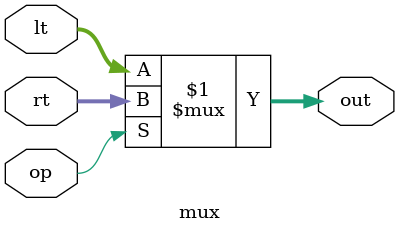
<source format=v>
module mux (lt, rt, op, out);
parameter W = 32;
input [W-1:0] lt, rt;
input op;
output [W-1:0] out;
	assign out = (op) ? rt : lt;
endmodule

</source>
